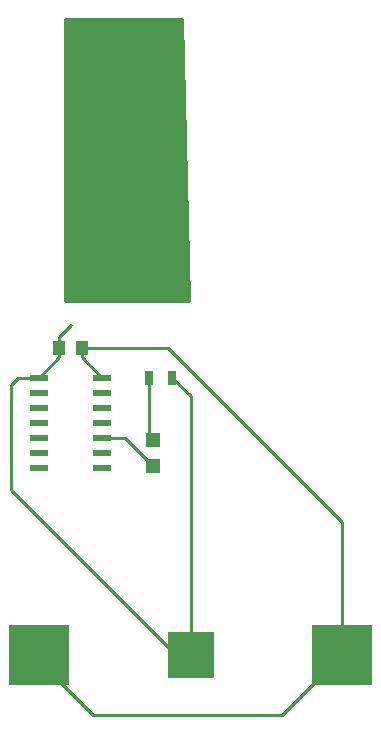
<source format=gbr>
G04 #@! TF.FileFunction,Copper,L1,Top,Signal*
%FSLAX46Y46*%
G04 Gerber Fmt 4.6, Leading zero omitted, Abs format (unit mm)*
G04 Created by KiCad (PCBNEW 4.0.7) date Tuesday, December 26, 2017 'AMt' 12:13:18 AM*
%MOMM*%
%LPD*%
G01*
G04 APERTURE LIST*
%ADD10C,0.100000*%
%ADD11R,3.960000X3.960000*%
%ADD12R,5.080000X5.080000*%
%ADD13R,1.000000X1.250000*%
%ADD14R,1.200000X1.200000*%
%ADD15R,0.700000X1.300000*%
%ADD16R,1.500000X0.600000*%
%ADD17C,0.250000*%
%ADD18C,0.254000*%
G04 APERTURE END LIST*
D10*
D11*
X114935000Y-127635000D03*
D12*
X102110000Y-127635000D03*
X127760000Y-127635000D03*
D13*
X105775000Y-101600000D03*
X103775000Y-101600000D03*
D14*
X111760000Y-111590000D03*
X111760000Y-109390000D03*
D15*
X111445000Y-104140000D03*
X113345000Y-104140000D03*
D16*
X102075000Y-104140000D03*
X102075000Y-105410000D03*
X102075000Y-106680000D03*
X102075000Y-107950000D03*
X102075000Y-109220000D03*
X102075000Y-110490000D03*
X102075000Y-111760000D03*
X107475000Y-111760000D03*
X107475000Y-110490000D03*
X107475000Y-109220000D03*
X107475000Y-107950000D03*
X107475000Y-106680000D03*
X107475000Y-105410000D03*
X107475000Y-104140000D03*
D17*
X114935000Y-127635000D02*
X114935000Y-105730000D01*
X114935000Y-105730000D02*
X113345000Y-104140000D01*
X103775000Y-101600000D02*
X103775000Y-100695000D01*
X103775000Y-100695000D02*
X104775000Y-99695000D01*
X114935000Y-127635000D02*
X113665000Y-127635000D01*
X113665000Y-127635000D02*
X99695000Y-113665000D01*
X100330000Y-104140000D02*
X102075000Y-104140000D01*
X99695000Y-104775000D02*
X100330000Y-104140000D01*
X99695000Y-113665000D02*
X99695000Y-104775000D01*
X103775000Y-101600000D02*
X103775000Y-102440000D01*
X103775000Y-102440000D02*
X102075000Y-104140000D01*
X127760000Y-127635000D02*
X127760000Y-116330000D01*
X113030000Y-101600000D02*
X105775000Y-101600000D01*
X127760000Y-116330000D02*
X113030000Y-101600000D01*
X102110000Y-127635000D02*
X102110000Y-128145000D01*
X102110000Y-128145000D02*
X106680000Y-132715000D01*
X122680000Y-132715000D02*
X127760000Y-127635000D01*
X106680000Y-132715000D02*
X122680000Y-132715000D01*
X105775000Y-101600000D02*
X105775000Y-102440000D01*
X105775000Y-102440000D02*
X107475000Y-104140000D01*
X107475000Y-109220000D02*
X109390000Y-109220000D01*
X109390000Y-109220000D02*
X111760000Y-111590000D01*
X111445000Y-104140000D02*
X111445000Y-109075000D01*
X111445000Y-109075000D02*
X111760000Y-109390000D01*
D18*
G36*
X114804614Y-97663000D02*
X104267000Y-97663000D01*
X104267000Y-73787000D01*
X114176298Y-73787000D01*
X114804614Y-97663000D01*
X114804614Y-97663000D01*
G37*
X114804614Y-97663000D02*
X104267000Y-97663000D01*
X104267000Y-73787000D01*
X114176298Y-73787000D01*
X114804614Y-97663000D01*
M02*

</source>
